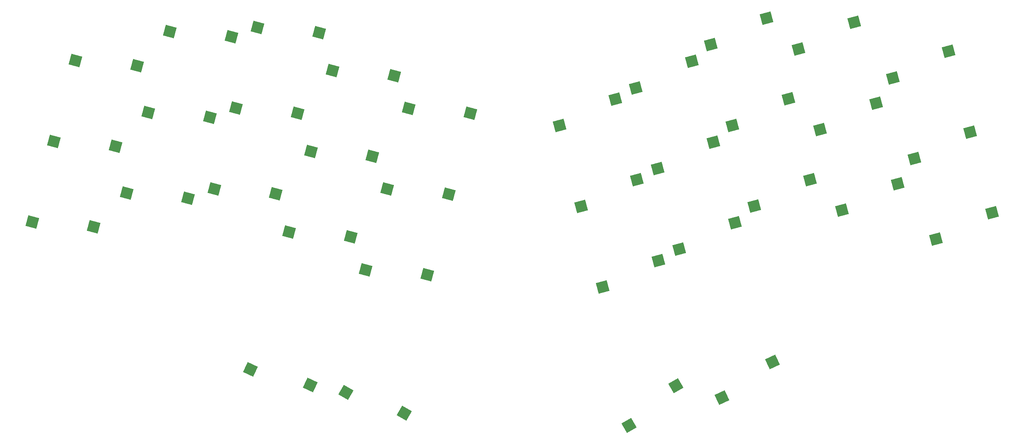
<source format=gbr>
%TF.GenerationSoftware,KiCad,Pcbnew,7.0.1*%
%TF.CreationDate,2024-01-05T17:15:01-05:00*%
%TF.ProjectId,ch55p34,63683535-7033-4342-9e6b-696361645f70,rev?*%
%TF.SameCoordinates,Original*%
%TF.FileFunction,Paste,Bot*%
%TF.FilePolarity,Positive*%
%FSLAX46Y46*%
G04 Gerber Fmt 4.6, Leading zero omitted, Abs format (unit mm)*
G04 Created by KiCad (PCBNEW 7.0.1) date 2024-01-05 17:15:01*
%MOMM*%
%LPD*%
G01*
G04 APERTURE LIST*
G04 Aperture macros list*
%AMRotRect*
0 Rectangle, with rotation*
0 The origin of the aperture is its center*
0 $1 length*
0 $2 width*
0 $3 Rotation angle, in degrees counterclockwise*
0 Add horizontal line*
21,1,$1,$2,0,0,$3*%
G04 Aperture macros list end*
%ADD10RotRect,2.550000X2.500000X25.000000*%
%ADD11RotRect,2.550000X2.500000X30.000000*%
%ADD12RotRect,2.550000X2.500000X330.000000*%
%ADD13RotRect,2.550000X2.500000X335.000000*%
%ADD14RotRect,2.550000X2.500000X15.000000*%
%ADD15RotRect,2.550000X2.500000X345.000000*%
G04 APERTURE END LIST*
D10*
%TO.C,SW34*%
X214194952Y-106673460D03*
X202716040Y-114828744D03*
%TD*%
D11*
%TO.C,SW33*%
X192249812Y-112098323D03*
X181525360Y-121223027D03*
%TD*%
D12*
%TO.C,SW32*%
X130302788Y-118388323D03*
X117038336Y-113663027D03*
%TD*%
D13*
%TO.C,SW31*%
X108864400Y-111989998D03*
X95238587Y-108438757D03*
%TD*%
D14*
%TO.C,SW30*%
X264227914Y-72674563D03*
X251507241Y-78712658D03*
%TD*%
%TO.C,SW29*%
X242737245Y-66073843D03*
X230016572Y-72111938D03*
%TD*%
%TO.C,SW28*%
X222758597Y-65116062D03*
X210037924Y-71154157D03*
%TD*%
%TO.C,SW27*%
X205672511Y-74953468D03*
X192951838Y-80991563D03*
%TD*%
%TO.C,SW26*%
X188257725Y-83564148D03*
X175537052Y-89602243D03*
%TD*%
D15*
%TO.C,SW25*%
X135551622Y-86820092D03*
X121516149Y-85688899D03*
%TD*%
%TO.C,SW24*%
X118136836Y-78209412D03*
X104101363Y-77078219D03*
%TD*%
%TO.C,SW23*%
X101050750Y-68372006D03*
X87015277Y-67240813D03*
%TD*%
%TO.C,SW22*%
X81072102Y-69329787D03*
X67036629Y-68198594D03*
%TD*%
%TO.C,SW21*%
X59581433Y-75930507D03*
X45545960Y-74799314D03*
%TD*%
D14*
%TO.C,SW20*%
X259297411Y-54273676D03*
X246576738Y-60311771D03*
%TD*%
%TO.C,SW19*%
X237806742Y-47672956D03*
X225086069Y-53711051D03*
%TD*%
%TO.C,SW18*%
X217828095Y-46715175D03*
X205107422Y-52753270D03*
%TD*%
%TO.C,SW17*%
X200742008Y-56552581D03*
X188021335Y-62590676D03*
%TD*%
%TO.C,SW16*%
X183327222Y-65163261D03*
X170606549Y-71201356D03*
%TD*%
D15*
%TO.C,SW15*%
X140482125Y-68419205D03*
X126446652Y-67288012D03*
%TD*%
%TO.C,SW14*%
X123067339Y-59808525D03*
X109031866Y-58677332D03*
%TD*%
%TO.C,SW13*%
X105981252Y-49971119D03*
X91945779Y-48839926D03*
%TD*%
%TO.C,SW12*%
X86002604Y-50928900D03*
X71967131Y-49797707D03*
%TD*%
%TO.C,SW11*%
X64511936Y-57529620D03*
X50476463Y-56398427D03*
%TD*%
D14*
%TO.C,SW10*%
X254366908Y-35872789D03*
X241646235Y-41910884D03*
%TD*%
%TO.C,SW9*%
X232876240Y-29272069D03*
X220155567Y-35310164D03*
%TD*%
%TO.C,SW8*%
X212897592Y-28314288D03*
X200176919Y-34352383D03*
%TD*%
%TO.C,SW7*%
X195811506Y-38151694D03*
X183090833Y-44189789D03*
%TD*%
%TO.C,SW6*%
X178396719Y-46762374D03*
X165676046Y-52800469D03*
%TD*%
D15*
%TO.C,SW5*%
X145412628Y-50018318D03*
X131377155Y-48887125D03*
%TD*%
%TO.C,SW4*%
X127997841Y-41407638D03*
X113962368Y-40276445D03*
%TD*%
%TO.C,SW3*%
X110911755Y-31570232D03*
X96876282Y-30439039D03*
%TD*%
%TO.C,SW2*%
X90933107Y-32528013D03*
X76897634Y-31396820D03*
%TD*%
%TO.C,SW1*%
X69442439Y-39128733D03*
X55406966Y-37997540D03*
%TD*%
M02*

</source>
